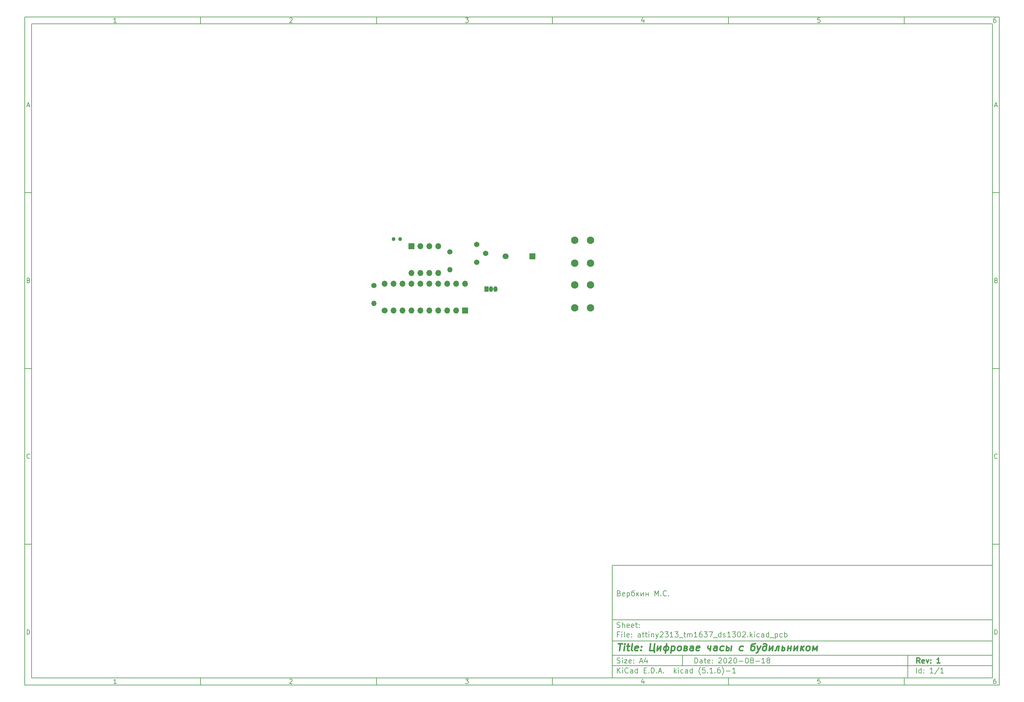
<source format=gbs>
%TF.GenerationSoftware,KiCad,Pcbnew,(5.1.6)-1*%
%TF.CreationDate,2020-10-12T23:34:44+05:00*%
%TF.ProjectId,attiny2313_tm1637_ds1302,61747469-6e79-4323-9331-335f746d3136,1*%
%TF.SameCoordinates,Original*%
%TF.FileFunction,Soldermask,Bot*%
%TF.FilePolarity,Negative*%
%FSLAX46Y46*%
G04 Gerber Fmt 4.6, Leading zero omitted, Abs format (unit mm)*
G04 Created by KiCad (PCBNEW (5.1.6)-1) date 2020-10-12 23:34:44*
%MOMM*%
%LPD*%
G01*
G04 APERTURE LIST*
%ADD10C,0.100000*%
%ADD11C,0.150000*%
%ADD12C,0.300000*%
%ADD13C,0.400000*%
%ADD14O,1.500000X1.500000*%
%ADD15C,1.500000*%
%ADD16C,1.700000*%
%ADD17R,1.700000X1.700000*%
%ADD18R,1.150000X1.600000*%
%ADD19O,1.150000X1.600000*%
%ADD20C,1.540000*%
%ADD21O,1.700000X1.700000*%
%ADD22C,1.100000*%
%ADD23C,2.100000*%
G04 APERTURE END LIST*
D10*
D11*
X177002200Y-166007200D02*
X177002200Y-198007200D01*
X285002200Y-198007200D01*
X285002200Y-166007200D01*
X177002200Y-166007200D01*
D10*
D11*
X10000000Y-10000000D02*
X10000000Y-200007200D01*
X287002200Y-200007200D01*
X287002200Y-10000000D01*
X10000000Y-10000000D01*
D10*
D11*
X12000000Y-12000000D02*
X12000000Y-198007200D01*
X285002200Y-198007200D01*
X285002200Y-12000000D01*
X12000000Y-12000000D01*
D10*
D11*
X60000000Y-12000000D02*
X60000000Y-10000000D01*
D10*
D11*
X110000000Y-12000000D02*
X110000000Y-10000000D01*
D10*
D11*
X160000000Y-12000000D02*
X160000000Y-10000000D01*
D10*
D11*
X210000000Y-12000000D02*
X210000000Y-10000000D01*
D10*
D11*
X260000000Y-12000000D02*
X260000000Y-10000000D01*
D10*
D11*
X36065476Y-11588095D02*
X35322619Y-11588095D01*
X35694047Y-11588095D02*
X35694047Y-10288095D01*
X35570238Y-10473809D01*
X35446428Y-10597619D01*
X35322619Y-10659523D01*
D10*
D11*
X85322619Y-10411904D02*
X85384523Y-10350000D01*
X85508333Y-10288095D01*
X85817857Y-10288095D01*
X85941666Y-10350000D01*
X86003571Y-10411904D01*
X86065476Y-10535714D01*
X86065476Y-10659523D01*
X86003571Y-10845238D01*
X85260714Y-11588095D01*
X86065476Y-11588095D01*
D10*
D11*
X135260714Y-10288095D02*
X136065476Y-10288095D01*
X135632142Y-10783333D01*
X135817857Y-10783333D01*
X135941666Y-10845238D01*
X136003571Y-10907142D01*
X136065476Y-11030952D01*
X136065476Y-11340476D01*
X136003571Y-11464285D01*
X135941666Y-11526190D01*
X135817857Y-11588095D01*
X135446428Y-11588095D01*
X135322619Y-11526190D01*
X135260714Y-11464285D01*
D10*
D11*
X185941666Y-10721428D02*
X185941666Y-11588095D01*
X185632142Y-10226190D02*
X185322619Y-11154761D01*
X186127380Y-11154761D01*
D10*
D11*
X236003571Y-10288095D02*
X235384523Y-10288095D01*
X235322619Y-10907142D01*
X235384523Y-10845238D01*
X235508333Y-10783333D01*
X235817857Y-10783333D01*
X235941666Y-10845238D01*
X236003571Y-10907142D01*
X236065476Y-11030952D01*
X236065476Y-11340476D01*
X236003571Y-11464285D01*
X235941666Y-11526190D01*
X235817857Y-11588095D01*
X235508333Y-11588095D01*
X235384523Y-11526190D01*
X235322619Y-11464285D01*
D10*
D11*
X285941666Y-10288095D02*
X285694047Y-10288095D01*
X285570238Y-10350000D01*
X285508333Y-10411904D01*
X285384523Y-10597619D01*
X285322619Y-10845238D01*
X285322619Y-11340476D01*
X285384523Y-11464285D01*
X285446428Y-11526190D01*
X285570238Y-11588095D01*
X285817857Y-11588095D01*
X285941666Y-11526190D01*
X286003571Y-11464285D01*
X286065476Y-11340476D01*
X286065476Y-11030952D01*
X286003571Y-10907142D01*
X285941666Y-10845238D01*
X285817857Y-10783333D01*
X285570238Y-10783333D01*
X285446428Y-10845238D01*
X285384523Y-10907142D01*
X285322619Y-11030952D01*
D10*
D11*
X60000000Y-198007200D02*
X60000000Y-200007200D01*
D10*
D11*
X110000000Y-198007200D02*
X110000000Y-200007200D01*
D10*
D11*
X160000000Y-198007200D02*
X160000000Y-200007200D01*
D10*
D11*
X210000000Y-198007200D02*
X210000000Y-200007200D01*
D10*
D11*
X260000000Y-198007200D02*
X260000000Y-200007200D01*
D10*
D11*
X36065476Y-199595295D02*
X35322619Y-199595295D01*
X35694047Y-199595295D02*
X35694047Y-198295295D01*
X35570238Y-198481009D01*
X35446428Y-198604819D01*
X35322619Y-198666723D01*
D10*
D11*
X85322619Y-198419104D02*
X85384523Y-198357200D01*
X85508333Y-198295295D01*
X85817857Y-198295295D01*
X85941666Y-198357200D01*
X86003571Y-198419104D01*
X86065476Y-198542914D01*
X86065476Y-198666723D01*
X86003571Y-198852438D01*
X85260714Y-199595295D01*
X86065476Y-199595295D01*
D10*
D11*
X135260714Y-198295295D02*
X136065476Y-198295295D01*
X135632142Y-198790533D01*
X135817857Y-198790533D01*
X135941666Y-198852438D01*
X136003571Y-198914342D01*
X136065476Y-199038152D01*
X136065476Y-199347676D01*
X136003571Y-199471485D01*
X135941666Y-199533390D01*
X135817857Y-199595295D01*
X135446428Y-199595295D01*
X135322619Y-199533390D01*
X135260714Y-199471485D01*
D10*
D11*
X185941666Y-198728628D02*
X185941666Y-199595295D01*
X185632142Y-198233390D02*
X185322619Y-199161961D01*
X186127380Y-199161961D01*
D10*
D11*
X236003571Y-198295295D02*
X235384523Y-198295295D01*
X235322619Y-198914342D01*
X235384523Y-198852438D01*
X235508333Y-198790533D01*
X235817857Y-198790533D01*
X235941666Y-198852438D01*
X236003571Y-198914342D01*
X236065476Y-199038152D01*
X236065476Y-199347676D01*
X236003571Y-199471485D01*
X235941666Y-199533390D01*
X235817857Y-199595295D01*
X235508333Y-199595295D01*
X235384523Y-199533390D01*
X235322619Y-199471485D01*
D10*
D11*
X285941666Y-198295295D02*
X285694047Y-198295295D01*
X285570238Y-198357200D01*
X285508333Y-198419104D01*
X285384523Y-198604819D01*
X285322619Y-198852438D01*
X285322619Y-199347676D01*
X285384523Y-199471485D01*
X285446428Y-199533390D01*
X285570238Y-199595295D01*
X285817857Y-199595295D01*
X285941666Y-199533390D01*
X286003571Y-199471485D01*
X286065476Y-199347676D01*
X286065476Y-199038152D01*
X286003571Y-198914342D01*
X285941666Y-198852438D01*
X285817857Y-198790533D01*
X285570238Y-198790533D01*
X285446428Y-198852438D01*
X285384523Y-198914342D01*
X285322619Y-199038152D01*
D10*
D11*
X10000000Y-60000000D02*
X12000000Y-60000000D01*
D10*
D11*
X10000000Y-110000000D02*
X12000000Y-110000000D01*
D10*
D11*
X10000000Y-160000000D02*
X12000000Y-160000000D01*
D10*
D11*
X10690476Y-35216666D02*
X11309523Y-35216666D01*
X10566666Y-35588095D02*
X11000000Y-34288095D01*
X11433333Y-35588095D01*
D10*
D11*
X11092857Y-84907142D02*
X11278571Y-84969047D01*
X11340476Y-85030952D01*
X11402380Y-85154761D01*
X11402380Y-85340476D01*
X11340476Y-85464285D01*
X11278571Y-85526190D01*
X11154761Y-85588095D01*
X10659523Y-85588095D01*
X10659523Y-84288095D01*
X11092857Y-84288095D01*
X11216666Y-84350000D01*
X11278571Y-84411904D01*
X11340476Y-84535714D01*
X11340476Y-84659523D01*
X11278571Y-84783333D01*
X11216666Y-84845238D01*
X11092857Y-84907142D01*
X10659523Y-84907142D01*
D10*
D11*
X11402380Y-135464285D02*
X11340476Y-135526190D01*
X11154761Y-135588095D01*
X11030952Y-135588095D01*
X10845238Y-135526190D01*
X10721428Y-135402380D01*
X10659523Y-135278571D01*
X10597619Y-135030952D01*
X10597619Y-134845238D01*
X10659523Y-134597619D01*
X10721428Y-134473809D01*
X10845238Y-134350000D01*
X11030952Y-134288095D01*
X11154761Y-134288095D01*
X11340476Y-134350000D01*
X11402380Y-134411904D01*
D10*
D11*
X10659523Y-185588095D02*
X10659523Y-184288095D01*
X10969047Y-184288095D01*
X11154761Y-184350000D01*
X11278571Y-184473809D01*
X11340476Y-184597619D01*
X11402380Y-184845238D01*
X11402380Y-185030952D01*
X11340476Y-185278571D01*
X11278571Y-185402380D01*
X11154761Y-185526190D01*
X10969047Y-185588095D01*
X10659523Y-185588095D01*
D10*
D11*
X287002200Y-60000000D02*
X285002200Y-60000000D01*
D10*
D11*
X287002200Y-110000000D02*
X285002200Y-110000000D01*
D10*
D11*
X287002200Y-160000000D02*
X285002200Y-160000000D01*
D10*
D11*
X285692676Y-35216666D02*
X286311723Y-35216666D01*
X285568866Y-35588095D02*
X286002200Y-34288095D01*
X286435533Y-35588095D01*
D10*
D11*
X286095057Y-84907142D02*
X286280771Y-84969047D01*
X286342676Y-85030952D01*
X286404580Y-85154761D01*
X286404580Y-85340476D01*
X286342676Y-85464285D01*
X286280771Y-85526190D01*
X286156961Y-85588095D01*
X285661723Y-85588095D01*
X285661723Y-84288095D01*
X286095057Y-84288095D01*
X286218866Y-84350000D01*
X286280771Y-84411904D01*
X286342676Y-84535714D01*
X286342676Y-84659523D01*
X286280771Y-84783333D01*
X286218866Y-84845238D01*
X286095057Y-84907142D01*
X285661723Y-84907142D01*
D10*
D11*
X286404580Y-135464285D02*
X286342676Y-135526190D01*
X286156961Y-135588095D01*
X286033152Y-135588095D01*
X285847438Y-135526190D01*
X285723628Y-135402380D01*
X285661723Y-135278571D01*
X285599819Y-135030952D01*
X285599819Y-134845238D01*
X285661723Y-134597619D01*
X285723628Y-134473809D01*
X285847438Y-134350000D01*
X286033152Y-134288095D01*
X286156961Y-134288095D01*
X286342676Y-134350000D01*
X286404580Y-134411904D01*
D10*
D11*
X285661723Y-185588095D02*
X285661723Y-184288095D01*
X285971247Y-184288095D01*
X286156961Y-184350000D01*
X286280771Y-184473809D01*
X286342676Y-184597619D01*
X286404580Y-184845238D01*
X286404580Y-185030952D01*
X286342676Y-185278571D01*
X286280771Y-185402380D01*
X286156961Y-185526190D01*
X285971247Y-185588095D01*
X285661723Y-185588095D01*
D10*
D11*
X200434342Y-193785771D02*
X200434342Y-192285771D01*
X200791485Y-192285771D01*
X201005771Y-192357200D01*
X201148628Y-192500057D01*
X201220057Y-192642914D01*
X201291485Y-192928628D01*
X201291485Y-193142914D01*
X201220057Y-193428628D01*
X201148628Y-193571485D01*
X201005771Y-193714342D01*
X200791485Y-193785771D01*
X200434342Y-193785771D01*
X202577200Y-193785771D02*
X202577200Y-193000057D01*
X202505771Y-192857200D01*
X202362914Y-192785771D01*
X202077200Y-192785771D01*
X201934342Y-192857200D01*
X202577200Y-193714342D02*
X202434342Y-193785771D01*
X202077200Y-193785771D01*
X201934342Y-193714342D01*
X201862914Y-193571485D01*
X201862914Y-193428628D01*
X201934342Y-193285771D01*
X202077200Y-193214342D01*
X202434342Y-193214342D01*
X202577200Y-193142914D01*
X203077200Y-192785771D02*
X203648628Y-192785771D01*
X203291485Y-192285771D02*
X203291485Y-193571485D01*
X203362914Y-193714342D01*
X203505771Y-193785771D01*
X203648628Y-193785771D01*
X204720057Y-193714342D02*
X204577200Y-193785771D01*
X204291485Y-193785771D01*
X204148628Y-193714342D01*
X204077200Y-193571485D01*
X204077200Y-193000057D01*
X204148628Y-192857200D01*
X204291485Y-192785771D01*
X204577200Y-192785771D01*
X204720057Y-192857200D01*
X204791485Y-193000057D01*
X204791485Y-193142914D01*
X204077200Y-193285771D01*
X205434342Y-193642914D02*
X205505771Y-193714342D01*
X205434342Y-193785771D01*
X205362914Y-193714342D01*
X205434342Y-193642914D01*
X205434342Y-193785771D01*
X205434342Y-192857200D02*
X205505771Y-192928628D01*
X205434342Y-193000057D01*
X205362914Y-192928628D01*
X205434342Y-192857200D01*
X205434342Y-193000057D01*
X207220057Y-192428628D02*
X207291485Y-192357200D01*
X207434342Y-192285771D01*
X207791485Y-192285771D01*
X207934342Y-192357200D01*
X208005771Y-192428628D01*
X208077200Y-192571485D01*
X208077200Y-192714342D01*
X208005771Y-192928628D01*
X207148628Y-193785771D01*
X208077200Y-193785771D01*
X209005771Y-192285771D02*
X209148628Y-192285771D01*
X209291485Y-192357200D01*
X209362914Y-192428628D01*
X209434342Y-192571485D01*
X209505771Y-192857200D01*
X209505771Y-193214342D01*
X209434342Y-193500057D01*
X209362914Y-193642914D01*
X209291485Y-193714342D01*
X209148628Y-193785771D01*
X209005771Y-193785771D01*
X208862914Y-193714342D01*
X208791485Y-193642914D01*
X208720057Y-193500057D01*
X208648628Y-193214342D01*
X208648628Y-192857200D01*
X208720057Y-192571485D01*
X208791485Y-192428628D01*
X208862914Y-192357200D01*
X209005771Y-192285771D01*
X210077200Y-192428628D02*
X210148628Y-192357200D01*
X210291485Y-192285771D01*
X210648628Y-192285771D01*
X210791485Y-192357200D01*
X210862914Y-192428628D01*
X210934342Y-192571485D01*
X210934342Y-192714342D01*
X210862914Y-192928628D01*
X210005771Y-193785771D01*
X210934342Y-193785771D01*
X211862914Y-192285771D02*
X212005771Y-192285771D01*
X212148628Y-192357200D01*
X212220057Y-192428628D01*
X212291485Y-192571485D01*
X212362914Y-192857200D01*
X212362914Y-193214342D01*
X212291485Y-193500057D01*
X212220057Y-193642914D01*
X212148628Y-193714342D01*
X212005771Y-193785771D01*
X211862914Y-193785771D01*
X211720057Y-193714342D01*
X211648628Y-193642914D01*
X211577200Y-193500057D01*
X211505771Y-193214342D01*
X211505771Y-192857200D01*
X211577200Y-192571485D01*
X211648628Y-192428628D01*
X211720057Y-192357200D01*
X211862914Y-192285771D01*
X213005771Y-193214342D02*
X214148628Y-193214342D01*
X215148628Y-192285771D02*
X215291485Y-192285771D01*
X215434342Y-192357200D01*
X215505771Y-192428628D01*
X215577200Y-192571485D01*
X215648628Y-192857200D01*
X215648628Y-193214342D01*
X215577200Y-193500057D01*
X215505771Y-193642914D01*
X215434342Y-193714342D01*
X215291485Y-193785771D01*
X215148628Y-193785771D01*
X215005771Y-193714342D01*
X214934342Y-193642914D01*
X214862914Y-193500057D01*
X214791485Y-193214342D01*
X214791485Y-192857200D01*
X214862914Y-192571485D01*
X214934342Y-192428628D01*
X215005771Y-192357200D01*
X215148628Y-192285771D01*
X216505771Y-192928628D02*
X216362914Y-192857200D01*
X216291485Y-192785771D01*
X216220057Y-192642914D01*
X216220057Y-192571485D01*
X216291485Y-192428628D01*
X216362914Y-192357200D01*
X216505771Y-192285771D01*
X216791485Y-192285771D01*
X216934342Y-192357200D01*
X217005771Y-192428628D01*
X217077200Y-192571485D01*
X217077200Y-192642914D01*
X217005771Y-192785771D01*
X216934342Y-192857200D01*
X216791485Y-192928628D01*
X216505771Y-192928628D01*
X216362914Y-193000057D01*
X216291485Y-193071485D01*
X216220057Y-193214342D01*
X216220057Y-193500057D01*
X216291485Y-193642914D01*
X216362914Y-193714342D01*
X216505771Y-193785771D01*
X216791485Y-193785771D01*
X216934342Y-193714342D01*
X217005771Y-193642914D01*
X217077200Y-193500057D01*
X217077200Y-193214342D01*
X217005771Y-193071485D01*
X216934342Y-193000057D01*
X216791485Y-192928628D01*
X217720057Y-193214342D02*
X218862914Y-193214342D01*
X220362914Y-193785771D02*
X219505771Y-193785771D01*
X219934342Y-193785771D02*
X219934342Y-192285771D01*
X219791485Y-192500057D01*
X219648628Y-192642914D01*
X219505771Y-192714342D01*
X221220057Y-192928628D02*
X221077200Y-192857200D01*
X221005771Y-192785771D01*
X220934342Y-192642914D01*
X220934342Y-192571485D01*
X221005771Y-192428628D01*
X221077200Y-192357200D01*
X221220057Y-192285771D01*
X221505771Y-192285771D01*
X221648628Y-192357200D01*
X221720057Y-192428628D01*
X221791485Y-192571485D01*
X221791485Y-192642914D01*
X221720057Y-192785771D01*
X221648628Y-192857200D01*
X221505771Y-192928628D01*
X221220057Y-192928628D01*
X221077200Y-193000057D01*
X221005771Y-193071485D01*
X220934342Y-193214342D01*
X220934342Y-193500057D01*
X221005771Y-193642914D01*
X221077200Y-193714342D01*
X221220057Y-193785771D01*
X221505771Y-193785771D01*
X221648628Y-193714342D01*
X221720057Y-193642914D01*
X221791485Y-193500057D01*
X221791485Y-193214342D01*
X221720057Y-193071485D01*
X221648628Y-193000057D01*
X221505771Y-192928628D01*
D10*
D11*
X177002200Y-194507200D02*
X285002200Y-194507200D01*
D10*
D11*
X178434342Y-196585771D02*
X178434342Y-195085771D01*
X179291485Y-196585771D02*
X178648628Y-195728628D01*
X179291485Y-195085771D02*
X178434342Y-195942914D01*
X179934342Y-196585771D02*
X179934342Y-195585771D01*
X179934342Y-195085771D02*
X179862914Y-195157200D01*
X179934342Y-195228628D01*
X180005771Y-195157200D01*
X179934342Y-195085771D01*
X179934342Y-195228628D01*
X181505771Y-196442914D02*
X181434342Y-196514342D01*
X181220057Y-196585771D01*
X181077200Y-196585771D01*
X180862914Y-196514342D01*
X180720057Y-196371485D01*
X180648628Y-196228628D01*
X180577200Y-195942914D01*
X180577200Y-195728628D01*
X180648628Y-195442914D01*
X180720057Y-195300057D01*
X180862914Y-195157200D01*
X181077200Y-195085771D01*
X181220057Y-195085771D01*
X181434342Y-195157200D01*
X181505771Y-195228628D01*
X182791485Y-196585771D02*
X182791485Y-195800057D01*
X182720057Y-195657200D01*
X182577200Y-195585771D01*
X182291485Y-195585771D01*
X182148628Y-195657200D01*
X182791485Y-196514342D02*
X182648628Y-196585771D01*
X182291485Y-196585771D01*
X182148628Y-196514342D01*
X182077200Y-196371485D01*
X182077200Y-196228628D01*
X182148628Y-196085771D01*
X182291485Y-196014342D01*
X182648628Y-196014342D01*
X182791485Y-195942914D01*
X184148628Y-196585771D02*
X184148628Y-195085771D01*
X184148628Y-196514342D02*
X184005771Y-196585771D01*
X183720057Y-196585771D01*
X183577200Y-196514342D01*
X183505771Y-196442914D01*
X183434342Y-196300057D01*
X183434342Y-195871485D01*
X183505771Y-195728628D01*
X183577200Y-195657200D01*
X183720057Y-195585771D01*
X184005771Y-195585771D01*
X184148628Y-195657200D01*
X186005771Y-195800057D02*
X186505771Y-195800057D01*
X186720057Y-196585771D02*
X186005771Y-196585771D01*
X186005771Y-195085771D01*
X186720057Y-195085771D01*
X187362914Y-196442914D02*
X187434342Y-196514342D01*
X187362914Y-196585771D01*
X187291485Y-196514342D01*
X187362914Y-196442914D01*
X187362914Y-196585771D01*
X188077200Y-196585771D02*
X188077200Y-195085771D01*
X188434342Y-195085771D01*
X188648628Y-195157200D01*
X188791485Y-195300057D01*
X188862914Y-195442914D01*
X188934342Y-195728628D01*
X188934342Y-195942914D01*
X188862914Y-196228628D01*
X188791485Y-196371485D01*
X188648628Y-196514342D01*
X188434342Y-196585771D01*
X188077200Y-196585771D01*
X189577200Y-196442914D02*
X189648628Y-196514342D01*
X189577200Y-196585771D01*
X189505771Y-196514342D01*
X189577200Y-196442914D01*
X189577200Y-196585771D01*
X190220057Y-196157200D02*
X190934342Y-196157200D01*
X190077200Y-196585771D02*
X190577200Y-195085771D01*
X191077200Y-196585771D01*
X191577200Y-196442914D02*
X191648628Y-196514342D01*
X191577200Y-196585771D01*
X191505771Y-196514342D01*
X191577200Y-196442914D01*
X191577200Y-196585771D01*
X194577200Y-196585771D02*
X194577200Y-195085771D01*
X194720057Y-196014342D02*
X195148628Y-196585771D01*
X195148628Y-195585771D02*
X194577200Y-196157200D01*
X195791485Y-196585771D02*
X195791485Y-195585771D01*
X195791485Y-195085771D02*
X195720057Y-195157200D01*
X195791485Y-195228628D01*
X195862914Y-195157200D01*
X195791485Y-195085771D01*
X195791485Y-195228628D01*
X197148628Y-196514342D02*
X197005771Y-196585771D01*
X196720057Y-196585771D01*
X196577200Y-196514342D01*
X196505771Y-196442914D01*
X196434342Y-196300057D01*
X196434342Y-195871485D01*
X196505771Y-195728628D01*
X196577200Y-195657200D01*
X196720057Y-195585771D01*
X197005771Y-195585771D01*
X197148628Y-195657200D01*
X198434342Y-196585771D02*
X198434342Y-195800057D01*
X198362914Y-195657200D01*
X198220057Y-195585771D01*
X197934342Y-195585771D01*
X197791485Y-195657200D01*
X198434342Y-196514342D02*
X198291485Y-196585771D01*
X197934342Y-196585771D01*
X197791485Y-196514342D01*
X197720057Y-196371485D01*
X197720057Y-196228628D01*
X197791485Y-196085771D01*
X197934342Y-196014342D01*
X198291485Y-196014342D01*
X198434342Y-195942914D01*
X199791485Y-196585771D02*
X199791485Y-195085771D01*
X199791485Y-196514342D02*
X199648628Y-196585771D01*
X199362914Y-196585771D01*
X199220057Y-196514342D01*
X199148628Y-196442914D01*
X199077200Y-196300057D01*
X199077200Y-195871485D01*
X199148628Y-195728628D01*
X199220057Y-195657200D01*
X199362914Y-195585771D01*
X199648628Y-195585771D01*
X199791485Y-195657200D01*
X202077200Y-197157200D02*
X202005771Y-197085771D01*
X201862914Y-196871485D01*
X201791485Y-196728628D01*
X201720057Y-196514342D01*
X201648628Y-196157200D01*
X201648628Y-195871485D01*
X201720057Y-195514342D01*
X201791485Y-195300057D01*
X201862914Y-195157200D01*
X202005771Y-194942914D01*
X202077200Y-194871485D01*
X203362914Y-195085771D02*
X202648628Y-195085771D01*
X202577200Y-195800057D01*
X202648628Y-195728628D01*
X202791485Y-195657200D01*
X203148628Y-195657200D01*
X203291485Y-195728628D01*
X203362914Y-195800057D01*
X203434342Y-195942914D01*
X203434342Y-196300057D01*
X203362914Y-196442914D01*
X203291485Y-196514342D01*
X203148628Y-196585771D01*
X202791485Y-196585771D01*
X202648628Y-196514342D01*
X202577200Y-196442914D01*
X204077200Y-196442914D02*
X204148628Y-196514342D01*
X204077200Y-196585771D01*
X204005771Y-196514342D01*
X204077200Y-196442914D01*
X204077200Y-196585771D01*
X205577200Y-196585771D02*
X204720057Y-196585771D01*
X205148628Y-196585771D02*
X205148628Y-195085771D01*
X205005771Y-195300057D01*
X204862914Y-195442914D01*
X204720057Y-195514342D01*
X206220057Y-196442914D02*
X206291485Y-196514342D01*
X206220057Y-196585771D01*
X206148628Y-196514342D01*
X206220057Y-196442914D01*
X206220057Y-196585771D01*
X207577200Y-195085771D02*
X207291485Y-195085771D01*
X207148628Y-195157200D01*
X207077200Y-195228628D01*
X206934342Y-195442914D01*
X206862914Y-195728628D01*
X206862914Y-196300057D01*
X206934342Y-196442914D01*
X207005771Y-196514342D01*
X207148628Y-196585771D01*
X207434342Y-196585771D01*
X207577200Y-196514342D01*
X207648628Y-196442914D01*
X207720057Y-196300057D01*
X207720057Y-195942914D01*
X207648628Y-195800057D01*
X207577200Y-195728628D01*
X207434342Y-195657200D01*
X207148628Y-195657200D01*
X207005771Y-195728628D01*
X206934342Y-195800057D01*
X206862914Y-195942914D01*
X208220057Y-197157200D02*
X208291485Y-197085771D01*
X208434342Y-196871485D01*
X208505771Y-196728628D01*
X208577200Y-196514342D01*
X208648628Y-196157200D01*
X208648628Y-195871485D01*
X208577200Y-195514342D01*
X208505771Y-195300057D01*
X208434342Y-195157200D01*
X208291485Y-194942914D01*
X208220057Y-194871485D01*
X209362914Y-196014342D02*
X210505771Y-196014342D01*
X212005771Y-196585771D02*
X211148628Y-196585771D01*
X211577200Y-196585771D02*
X211577200Y-195085771D01*
X211434342Y-195300057D01*
X211291485Y-195442914D01*
X211148628Y-195514342D01*
D10*
D11*
X177002200Y-191507200D02*
X285002200Y-191507200D01*
D10*
D12*
X264411485Y-193785771D02*
X263911485Y-193071485D01*
X263554342Y-193785771D02*
X263554342Y-192285771D01*
X264125771Y-192285771D01*
X264268628Y-192357200D01*
X264340057Y-192428628D01*
X264411485Y-192571485D01*
X264411485Y-192785771D01*
X264340057Y-192928628D01*
X264268628Y-193000057D01*
X264125771Y-193071485D01*
X263554342Y-193071485D01*
X265625771Y-193714342D02*
X265482914Y-193785771D01*
X265197200Y-193785771D01*
X265054342Y-193714342D01*
X264982914Y-193571485D01*
X264982914Y-193000057D01*
X265054342Y-192857200D01*
X265197200Y-192785771D01*
X265482914Y-192785771D01*
X265625771Y-192857200D01*
X265697200Y-193000057D01*
X265697200Y-193142914D01*
X264982914Y-193285771D01*
X266197200Y-192785771D02*
X266554342Y-193785771D01*
X266911485Y-192785771D01*
X267482914Y-193642914D02*
X267554342Y-193714342D01*
X267482914Y-193785771D01*
X267411485Y-193714342D01*
X267482914Y-193642914D01*
X267482914Y-193785771D01*
X267482914Y-192857200D02*
X267554342Y-192928628D01*
X267482914Y-193000057D01*
X267411485Y-192928628D01*
X267482914Y-192857200D01*
X267482914Y-193000057D01*
X270125771Y-193785771D02*
X269268628Y-193785771D01*
X269697200Y-193785771D02*
X269697200Y-192285771D01*
X269554342Y-192500057D01*
X269411485Y-192642914D01*
X269268628Y-192714342D01*
D10*
D11*
X178362914Y-193714342D02*
X178577200Y-193785771D01*
X178934342Y-193785771D01*
X179077200Y-193714342D01*
X179148628Y-193642914D01*
X179220057Y-193500057D01*
X179220057Y-193357200D01*
X179148628Y-193214342D01*
X179077200Y-193142914D01*
X178934342Y-193071485D01*
X178648628Y-193000057D01*
X178505771Y-192928628D01*
X178434342Y-192857200D01*
X178362914Y-192714342D01*
X178362914Y-192571485D01*
X178434342Y-192428628D01*
X178505771Y-192357200D01*
X178648628Y-192285771D01*
X179005771Y-192285771D01*
X179220057Y-192357200D01*
X179862914Y-193785771D02*
X179862914Y-192785771D01*
X179862914Y-192285771D02*
X179791485Y-192357200D01*
X179862914Y-192428628D01*
X179934342Y-192357200D01*
X179862914Y-192285771D01*
X179862914Y-192428628D01*
X180434342Y-192785771D02*
X181220057Y-192785771D01*
X180434342Y-193785771D01*
X181220057Y-193785771D01*
X182362914Y-193714342D02*
X182220057Y-193785771D01*
X181934342Y-193785771D01*
X181791485Y-193714342D01*
X181720057Y-193571485D01*
X181720057Y-193000057D01*
X181791485Y-192857200D01*
X181934342Y-192785771D01*
X182220057Y-192785771D01*
X182362914Y-192857200D01*
X182434342Y-193000057D01*
X182434342Y-193142914D01*
X181720057Y-193285771D01*
X183077200Y-193642914D02*
X183148628Y-193714342D01*
X183077200Y-193785771D01*
X183005771Y-193714342D01*
X183077200Y-193642914D01*
X183077200Y-193785771D01*
X183077200Y-192857200D02*
X183148628Y-192928628D01*
X183077200Y-193000057D01*
X183005771Y-192928628D01*
X183077200Y-192857200D01*
X183077200Y-193000057D01*
X184862914Y-193357200D02*
X185577200Y-193357200D01*
X184720057Y-193785771D02*
X185220057Y-192285771D01*
X185720057Y-193785771D01*
X186862914Y-192785771D02*
X186862914Y-193785771D01*
X186505771Y-192214342D02*
X186148628Y-193285771D01*
X187077200Y-193285771D01*
D10*
D11*
X263434342Y-196585771D02*
X263434342Y-195085771D01*
X264791485Y-196585771D02*
X264791485Y-195085771D01*
X264791485Y-196514342D02*
X264648628Y-196585771D01*
X264362914Y-196585771D01*
X264220057Y-196514342D01*
X264148628Y-196442914D01*
X264077200Y-196300057D01*
X264077200Y-195871485D01*
X264148628Y-195728628D01*
X264220057Y-195657200D01*
X264362914Y-195585771D01*
X264648628Y-195585771D01*
X264791485Y-195657200D01*
X265505771Y-196442914D02*
X265577200Y-196514342D01*
X265505771Y-196585771D01*
X265434342Y-196514342D01*
X265505771Y-196442914D01*
X265505771Y-196585771D01*
X265505771Y-195657200D02*
X265577200Y-195728628D01*
X265505771Y-195800057D01*
X265434342Y-195728628D01*
X265505771Y-195657200D01*
X265505771Y-195800057D01*
X268148628Y-196585771D02*
X267291485Y-196585771D01*
X267720057Y-196585771D02*
X267720057Y-195085771D01*
X267577200Y-195300057D01*
X267434342Y-195442914D01*
X267291485Y-195514342D01*
X269862914Y-195014342D02*
X268577200Y-196942914D01*
X271148628Y-196585771D02*
X270291485Y-196585771D01*
X270720057Y-196585771D02*
X270720057Y-195085771D01*
X270577200Y-195300057D01*
X270434342Y-195442914D01*
X270291485Y-195514342D01*
D10*
D11*
X177002200Y-187507200D02*
X285002200Y-187507200D01*
D10*
D13*
X178714580Y-188211961D02*
X179857438Y-188211961D01*
X179036009Y-190211961D02*
X179286009Y-188211961D01*
X180274104Y-190211961D02*
X180440771Y-188878628D01*
X180524104Y-188211961D02*
X180416961Y-188307200D01*
X180500295Y-188402438D01*
X180607438Y-188307200D01*
X180524104Y-188211961D01*
X180500295Y-188402438D01*
X181107438Y-188878628D02*
X181869342Y-188878628D01*
X181476485Y-188211961D02*
X181262200Y-189926247D01*
X181333628Y-190116723D01*
X181512200Y-190211961D01*
X181702676Y-190211961D01*
X182655057Y-190211961D02*
X182476485Y-190116723D01*
X182405057Y-189926247D01*
X182619342Y-188211961D01*
X184190771Y-190116723D02*
X183988390Y-190211961D01*
X183607438Y-190211961D01*
X183428866Y-190116723D01*
X183357438Y-189926247D01*
X183452676Y-189164342D01*
X183571723Y-188973866D01*
X183774104Y-188878628D01*
X184155057Y-188878628D01*
X184333628Y-188973866D01*
X184405057Y-189164342D01*
X184381247Y-189354819D01*
X183405057Y-189545295D01*
X185155057Y-190021485D02*
X185238390Y-190116723D01*
X185131247Y-190211961D01*
X185047914Y-190116723D01*
X185155057Y-190021485D01*
X185131247Y-190211961D01*
X185286009Y-188973866D02*
X185369342Y-189069104D01*
X185262200Y-189164342D01*
X185178866Y-189069104D01*
X185286009Y-188973866D01*
X185262200Y-189164342D01*
X189000295Y-188211961D02*
X188750295Y-190211961D01*
X187857438Y-188211961D02*
X187607438Y-190211961D01*
X188940771Y-190211961D01*
X188881247Y-190688152D01*
X189869342Y-188878628D02*
X189702676Y-190211961D01*
X190821723Y-188878628D01*
X190655057Y-190211961D01*
X192428866Y-188211961D02*
X192095533Y-190878628D01*
X192155057Y-188878628D02*
X192536009Y-188878628D01*
X192714580Y-188973866D01*
X192881247Y-189164342D01*
X192952676Y-189354819D01*
X192905057Y-189735771D01*
X192786009Y-189926247D01*
X192571723Y-190116723D01*
X192369342Y-190211961D01*
X191988390Y-190211961D01*
X191809819Y-190116723D01*
X191643152Y-189926247D01*
X191571723Y-189735771D01*
X191619342Y-189354819D01*
X191738390Y-189164342D01*
X191952676Y-188973866D01*
X192155057Y-188878628D01*
X193869342Y-188878628D02*
X193619342Y-190878628D01*
X193857438Y-188973866D02*
X194059819Y-188878628D01*
X194440771Y-188878628D01*
X194619342Y-188973866D01*
X194702676Y-189069104D01*
X194774104Y-189259580D01*
X194702676Y-189831009D01*
X194583628Y-190021485D01*
X194476485Y-190116723D01*
X194274104Y-190211961D01*
X193893152Y-190211961D01*
X193714580Y-190116723D01*
X195797914Y-190211961D02*
X195619342Y-190116723D01*
X195536009Y-190021485D01*
X195464580Y-189831009D01*
X195536009Y-189259580D01*
X195655057Y-189069104D01*
X195762200Y-188973866D01*
X195964580Y-188878628D01*
X196250295Y-188878628D01*
X196428866Y-188973866D01*
X196512200Y-189069104D01*
X196583628Y-189259580D01*
X196512200Y-189831009D01*
X196393152Y-190021485D01*
X196286009Y-190116723D01*
X196083628Y-190211961D01*
X195797914Y-190211961D01*
X197881247Y-189545295D02*
X198155057Y-189640533D01*
X198226485Y-189831009D01*
X198214580Y-189926247D01*
X198095533Y-190116723D01*
X197893152Y-190211961D01*
X197321723Y-190211961D01*
X197488390Y-188878628D01*
X197964580Y-188878628D01*
X198143152Y-188973866D01*
X198214580Y-189164342D01*
X198202676Y-189259580D01*
X198083628Y-189450057D01*
X197881247Y-189545295D01*
X197405057Y-189545295D01*
X199893152Y-190211961D02*
X200024104Y-189164342D01*
X199952676Y-188973866D01*
X199774104Y-188878628D01*
X199393152Y-188878628D01*
X199190771Y-188973866D01*
X199905057Y-190116723D02*
X199702676Y-190211961D01*
X199226485Y-190211961D01*
X199047914Y-190116723D01*
X198976485Y-189926247D01*
X199000295Y-189735771D01*
X199119342Y-189545295D01*
X199321723Y-189450057D01*
X199797914Y-189450057D01*
X200000295Y-189354819D01*
X201619342Y-190116723D02*
X201416961Y-190211961D01*
X201036009Y-190211961D01*
X200857438Y-190116723D01*
X200786009Y-189926247D01*
X200881247Y-189164342D01*
X201000295Y-188973866D01*
X201202676Y-188878628D01*
X201583628Y-188878628D01*
X201762200Y-188973866D01*
X201833628Y-189164342D01*
X201809819Y-189354819D01*
X200833628Y-189545295D01*
X204916961Y-188878628D02*
X204750295Y-190211961D01*
X204155057Y-188878628D02*
X204095533Y-189354819D01*
X204166961Y-189545295D01*
X204345533Y-189640533D01*
X204821723Y-189640533D01*
X206655057Y-190211961D02*
X206786009Y-189164342D01*
X206714580Y-188973866D01*
X206536009Y-188878628D01*
X206155057Y-188878628D01*
X205952676Y-188973866D01*
X206666961Y-190116723D02*
X206464580Y-190211961D01*
X205988390Y-190211961D01*
X205809819Y-190116723D01*
X205738390Y-189926247D01*
X205762200Y-189735771D01*
X205881247Y-189545295D01*
X206083628Y-189450057D01*
X206559819Y-189450057D01*
X206762200Y-189354819D01*
X208476485Y-190116723D02*
X208274104Y-190211961D01*
X207893152Y-190211961D01*
X207714580Y-190116723D01*
X207631247Y-190021485D01*
X207559819Y-189831009D01*
X207631247Y-189259580D01*
X207750295Y-189069104D01*
X207857438Y-188973866D01*
X208059819Y-188878628D01*
X208440771Y-188878628D01*
X208619342Y-188973866D01*
X210821723Y-188878628D02*
X210655057Y-190211961D01*
X209488390Y-188878628D02*
X209321723Y-190211961D01*
X209797914Y-190211961D01*
X210000295Y-190116723D01*
X210119342Y-189926247D01*
X210155057Y-189640533D01*
X210083628Y-189450057D01*
X209905057Y-189354819D01*
X209428866Y-189354819D01*
X214000295Y-190116723D02*
X213797914Y-190211961D01*
X213416961Y-190211961D01*
X213238390Y-190116723D01*
X213155057Y-190021485D01*
X213083628Y-189831009D01*
X213155057Y-189259580D01*
X213274104Y-189069104D01*
X213381247Y-188973866D01*
X213583628Y-188878628D01*
X213964580Y-188878628D01*
X214143152Y-188973866D01*
X217583628Y-188116723D02*
X217476485Y-188211961D01*
X217274104Y-188307200D01*
X216893152Y-188307200D01*
X216690771Y-188402438D01*
X216583628Y-188497676D01*
X216464580Y-188688152D01*
X216321723Y-189831009D01*
X216393152Y-190021485D01*
X216476485Y-190116723D01*
X216655057Y-190211961D01*
X216940771Y-190211961D01*
X217143152Y-190116723D01*
X217250295Y-190021485D01*
X217369342Y-189831009D01*
X217440771Y-189259580D01*
X217369342Y-189069104D01*
X217286009Y-188973866D01*
X217107438Y-188878628D01*
X216726485Y-188878628D01*
X216524104Y-188973866D01*
X216416961Y-189069104D01*
X218155057Y-188878628D02*
X218464580Y-190211961D01*
X219107438Y-188878628D02*
X218464580Y-190211961D01*
X218214580Y-190688152D01*
X218107438Y-190783390D01*
X217905057Y-190878628D01*
X220797914Y-189069104D02*
X220714580Y-188973866D01*
X220536009Y-188878628D01*
X220155057Y-188878628D01*
X219952676Y-188973866D01*
X219845533Y-189069104D01*
X219726485Y-189259580D01*
X219655057Y-189831009D01*
X219726485Y-190021485D01*
X219809819Y-190116723D01*
X219988390Y-190211961D01*
X220274104Y-190211961D01*
X220476485Y-190116723D01*
X220583628Y-190021485D01*
X220702676Y-189831009D01*
X220857438Y-188592914D01*
X220786009Y-188402438D01*
X220702676Y-188307200D01*
X220524104Y-188211961D01*
X220143152Y-188211961D01*
X219940771Y-188307200D01*
X221678866Y-188878628D02*
X221512200Y-190211961D01*
X222631247Y-188878628D01*
X222464580Y-190211961D01*
X224178866Y-190211961D02*
X224345533Y-188878628D01*
X224059819Y-188878628D01*
X223857438Y-188973866D01*
X223738390Y-189164342D01*
X223547914Y-189926247D01*
X223428866Y-190116723D01*
X223226485Y-190211961D01*
X225297914Y-188878628D02*
X225131247Y-190211961D01*
X225607438Y-190211961D01*
X225809819Y-190116723D01*
X225928866Y-189926247D01*
X225964580Y-189640533D01*
X225893152Y-189450057D01*
X225714580Y-189354819D01*
X225238390Y-189354819D01*
X226833628Y-189545295D02*
X227690771Y-189545295D01*
X226916961Y-188878628D02*
X226750295Y-190211961D01*
X227774104Y-188878628D02*
X227607438Y-190211961D01*
X228726485Y-188878628D02*
X228559819Y-190211961D01*
X229678866Y-188878628D01*
X229512199Y-190211961D01*
X230631247Y-188878628D02*
X230464580Y-190211961D01*
X230750295Y-189450057D02*
X231226485Y-190211961D01*
X231393152Y-188878628D02*
X230536009Y-189640533D01*
X232369342Y-190211961D02*
X232190771Y-190116723D01*
X232107438Y-190021485D01*
X232036009Y-189831009D01*
X232107438Y-189259580D01*
X232226485Y-189069104D01*
X232333628Y-188973866D01*
X232536009Y-188878628D01*
X232821723Y-188878628D01*
X233000295Y-188973866D01*
X233083628Y-189069104D01*
X233155057Y-189259580D01*
X233083628Y-189831009D01*
X232964580Y-190021485D01*
X232857438Y-190116723D01*
X232655057Y-190211961D01*
X232369342Y-190211961D01*
X233893152Y-190211961D02*
X234059819Y-188878628D01*
X234500295Y-189926247D01*
X235202676Y-188878628D01*
X235036009Y-190211961D01*
D10*
D11*
X178934342Y-185600057D02*
X178434342Y-185600057D01*
X178434342Y-186385771D02*
X178434342Y-184885771D01*
X179148628Y-184885771D01*
X179720057Y-186385771D02*
X179720057Y-185385771D01*
X179720057Y-184885771D02*
X179648628Y-184957200D01*
X179720057Y-185028628D01*
X179791485Y-184957200D01*
X179720057Y-184885771D01*
X179720057Y-185028628D01*
X180648628Y-186385771D02*
X180505771Y-186314342D01*
X180434342Y-186171485D01*
X180434342Y-184885771D01*
X181791485Y-186314342D02*
X181648628Y-186385771D01*
X181362914Y-186385771D01*
X181220057Y-186314342D01*
X181148628Y-186171485D01*
X181148628Y-185600057D01*
X181220057Y-185457200D01*
X181362914Y-185385771D01*
X181648628Y-185385771D01*
X181791485Y-185457200D01*
X181862914Y-185600057D01*
X181862914Y-185742914D01*
X181148628Y-185885771D01*
X182505771Y-186242914D02*
X182577200Y-186314342D01*
X182505771Y-186385771D01*
X182434342Y-186314342D01*
X182505771Y-186242914D01*
X182505771Y-186385771D01*
X182505771Y-185457200D02*
X182577200Y-185528628D01*
X182505771Y-185600057D01*
X182434342Y-185528628D01*
X182505771Y-185457200D01*
X182505771Y-185600057D01*
X185005771Y-186385771D02*
X185005771Y-185600057D01*
X184934342Y-185457200D01*
X184791485Y-185385771D01*
X184505771Y-185385771D01*
X184362914Y-185457200D01*
X185005771Y-186314342D02*
X184862914Y-186385771D01*
X184505771Y-186385771D01*
X184362914Y-186314342D01*
X184291485Y-186171485D01*
X184291485Y-186028628D01*
X184362914Y-185885771D01*
X184505771Y-185814342D01*
X184862914Y-185814342D01*
X185005771Y-185742914D01*
X185505771Y-185385771D02*
X186077200Y-185385771D01*
X185720057Y-184885771D02*
X185720057Y-186171485D01*
X185791485Y-186314342D01*
X185934342Y-186385771D01*
X186077200Y-186385771D01*
X186362914Y-185385771D02*
X186934342Y-185385771D01*
X186577200Y-184885771D02*
X186577200Y-186171485D01*
X186648628Y-186314342D01*
X186791485Y-186385771D01*
X186934342Y-186385771D01*
X187434342Y-186385771D02*
X187434342Y-185385771D01*
X187434342Y-184885771D02*
X187362914Y-184957200D01*
X187434342Y-185028628D01*
X187505771Y-184957200D01*
X187434342Y-184885771D01*
X187434342Y-185028628D01*
X188148628Y-185385771D02*
X188148628Y-186385771D01*
X188148628Y-185528628D02*
X188220057Y-185457200D01*
X188362914Y-185385771D01*
X188577200Y-185385771D01*
X188720057Y-185457200D01*
X188791485Y-185600057D01*
X188791485Y-186385771D01*
X189362914Y-185385771D02*
X189720057Y-186385771D01*
X190077200Y-185385771D02*
X189720057Y-186385771D01*
X189577200Y-186742914D01*
X189505771Y-186814342D01*
X189362914Y-186885771D01*
X190577200Y-185028628D02*
X190648628Y-184957200D01*
X190791485Y-184885771D01*
X191148628Y-184885771D01*
X191291485Y-184957200D01*
X191362914Y-185028628D01*
X191434342Y-185171485D01*
X191434342Y-185314342D01*
X191362914Y-185528628D01*
X190505771Y-186385771D01*
X191434342Y-186385771D01*
X191934342Y-184885771D02*
X192862914Y-184885771D01*
X192362914Y-185457200D01*
X192577200Y-185457200D01*
X192720057Y-185528628D01*
X192791485Y-185600057D01*
X192862914Y-185742914D01*
X192862914Y-186100057D01*
X192791485Y-186242914D01*
X192720057Y-186314342D01*
X192577200Y-186385771D01*
X192148628Y-186385771D01*
X192005771Y-186314342D01*
X191934342Y-186242914D01*
X194291485Y-186385771D02*
X193434342Y-186385771D01*
X193862914Y-186385771D02*
X193862914Y-184885771D01*
X193720057Y-185100057D01*
X193577200Y-185242914D01*
X193434342Y-185314342D01*
X194791485Y-184885771D02*
X195720057Y-184885771D01*
X195220057Y-185457200D01*
X195434342Y-185457200D01*
X195577200Y-185528628D01*
X195648628Y-185600057D01*
X195720057Y-185742914D01*
X195720057Y-186100057D01*
X195648628Y-186242914D01*
X195577200Y-186314342D01*
X195434342Y-186385771D01*
X195005771Y-186385771D01*
X194862914Y-186314342D01*
X194791485Y-186242914D01*
X196005771Y-186528628D02*
X197148628Y-186528628D01*
X197291485Y-185385771D02*
X197862914Y-185385771D01*
X197505771Y-184885771D02*
X197505771Y-186171485D01*
X197577200Y-186314342D01*
X197720057Y-186385771D01*
X197862914Y-186385771D01*
X198362914Y-186385771D02*
X198362914Y-185385771D01*
X198362914Y-185528628D02*
X198434342Y-185457200D01*
X198577200Y-185385771D01*
X198791485Y-185385771D01*
X198934342Y-185457200D01*
X199005771Y-185600057D01*
X199005771Y-186385771D01*
X199005771Y-185600057D02*
X199077200Y-185457200D01*
X199220057Y-185385771D01*
X199434342Y-185385771D01*
X199577200Y-185457200D01*
X199648628Y-185600057D01*
X199648628Y-186385771D01*
X201148628Y-186385771D02*
X200291485Y-186385771D01*
X200720057Y-186385771D02*
X200720057Y-184885771D01*
X200577200Y-185100057D01*
X200434342Y-185242914D01*
X200291485Y-185314342D01*
X202434342Y-184885771D02*
X202148628Y-184885771D01*
X202005771Y-184957200D01*
X201934342Y-185028628D01*
X201791485Y-185242914D01*
X201720057Y-185528628D01*
X201720057Y-186100057D01*
X201791485Y-186242914D01*
X201862914Y-186314342D01*
X202005771Y-186385771D01*
X202291485Y-186385771D01*
X202434342Y-186314342D01*
X202505771Y-186242914D01*
X202577200Y-186100057D01*
X202577200Y-185742914D01*
X202505771Y-185600057D01*
X202434342Y-185528628D01*
X202291485Y-185457200D01*
X202005771Y-185457200D01*
X201862914Y-185528628D01*
X201791485Y-185600057D01*
X201720057Y-185742914D01*
X203077200Y-184885771D02*
X204005771Y-184885771D01*
X203505771Y-185457200D01*
X203720057Y-185457200D01*
X203862914Y-185528628D01*
X203934342Y-185600057D01*
X204005771Y-185742914D01*
X204005771Y-186100057D01*
X203934342Y-186242914D01*
X203862914Y-186314342D01*
X203720057Y-186385771D01*
X203291485Y-186385771D01*
X203148628Y-186314342D01*
X203077200Y-186242914D01*
X204505771Y-184885771D02*
X205505771Y-184885771D01*
X204862914Y-186385771D01*
X205720057Y-186528628D02*
X206862914Y-186528628D01*
X207862914Y-186385771D02*
X207862914Y-184885771D01*
X207862914Y-186314342D02*
X207720057Y-186385771D01*
X207434342Y-186385771D01*
X207291485Y-186314342D01*
X207220057Y-186242914D01*
X207148628Y-186100057D01*
X207148628Y-185671485D01*
X207220057Y-185528628D01*
X207291485Y-185457200D01*
X207434342Y-185385771D01*
X207720057Y-185385771D01*
X207862914Y-185457200D01*
X208505771Y-186314342D02*
X208648628Y-186385771D01*
X208934342Y-186385771D01*
X209077200Y-186314342D01*
X209148628Y-186171485D01*
X209148628Y-186100057D01*
X209077200Y-185957200D01*
X208934342Y-185885771D01*
X208720057Y-185885771D01*
X208577200Y-185814342D01*
X208505771Y-185671485D01*
X208505771Y-185600057D01*
X208577200Y-185457200D01*
X208720057Y-185385771D01*
X208934342Y-185385771D01*
X209077200Y-185457200D01*
X210577200Y-186385771D02*
X209720057Y-186385771D01*
X210148628Y-186385771D02*
X210148628Y-184885771D01*
X210005771Y-185100057D01*
X209862914Y-185242914D01*
X209720057Y-185314342D01*
X211077200Y-184885771D02*
X212005771Y-184885771D01*
X211505771Y-185457200D01*
X211720057Y-185457200D01*
X211862914Y-185528628D01*
X211934342Y-185600057D01*
X212005771Y-185742914D01*
X212005771Y-186100057D01*
X211934342Y-186242914D01*
X211862914Y-186314342D01*
X211720057Y-186385771D01*
X211291485Y-186385771D01*
X211148628Y-186314342D01*
X211077200Y-186242914D01*
X212934342Y-184885771D02*
X213077200Y-184885771D01*
X213220057Y-184957200D01*
X213291485Y-185028628D01*
X213362914Y-185171485D01*
X213434342Y-185457200D01*
X213434342Y-185814342D01*
X213362914Y-186100057D01*
X213291485Y-186242914D01*
X213220057Y-186314342D01*
X213077200Y-186385771D01*
X212934342Y-186385771D01*
X212791485Y-186314342D01*
X212720057Y-186242914D01*
X212648628Y-186100057D01*
X212577200Y-185814342D01*
X212577200Y-185457200D01*
X212648628Y-185171485D01*
X212720057Y-185028628D01*
X212791485Y-184957200D01*
X212934342Y-184885771D01*
X214005771Y-185028628D02*
X214077200Y-184957200D01*
X214220057Y-184885771D01*
X214577200Y-184885771D01*
X214720057Y-184957200D01*
X214791485Y-185028628D01*
X214862914Y-185171485D01*
X214862914Y-185314342D01*
X214791485Y-185528628D01*
X213934342Y-186385771D01*
X214862914Y-186385771D01*
X215505771Y-186242914D02*
X215577200Y-186314342D01*
X215505771Y-186385771D01*
X215434342Y-186314342D01*
X215505771Y-186242914D01*
X215505771Y-186385771D01*
X216220057Y-186385771D02*
X216220057Y-184885771D01*
X216362914Y-185814342D02*
X216791485Y-186385771D01*
X216791485Y-185385771D02*
X216220057Y-185957200D01*
X217434342Y-186385771D02*
X217434342Y-185385771D01*
X217434342Y-184885771D02*
X217362914Y-184957200D01*
X217434342Y-185028628D01*
X217505771Y-184957200D01*
X217434342Y-184885771D01*
X217434342Y-185028628D01*
X218791485Y-186314342D02*
X218648628Y-186385771D01*
X218362914Y-186385771D01*
X218220057Y-186314342D01*
X218148628Y-186242914D01*
X218077200Y-186100057D01*
X218077200Y-185671485D01*
X218148628Y-185528628D01*
X218220057Y-185457200D01*
X218362914Y-185385771D01*
X218648628Y-185385771D01*
X218791485Y-185457200D01*
X220077200Y-186385771D02*
X220077200Y-185600057D01*
X220005771Y-185457200D01*
X219862914Y-185385771D01*
X219577200Y-185385771D01*
X219434342Y-185457200D01*
X220077200Y-186314342D02*
X219934342Y-186385771D01*
X219577200Y-186385771D01*
X219434342Y-186314342D01*
X219362914Y-186171485D01*
X219362914Y-186028628D01*
X219434342Y-185885771D01*
X219577200Y-185814342D01*
X219934342Y-185814342D01*
X220077200Y-185742914D01*
X221434342Y-186385771D02*
X221434342Y-184885771D01*
X221434342Y-186314342D02*
X221291485Y-186385771D01*
X221005771Y-186385771D01*
X220862914Y-186314342D01*
X220791485Y-186242914D01*
X220720057Y-186100057D01*
X220720057Y-185671485D01*
X220791485Y-185528628D01*
X220862914Y-185457200D01*
X221005771Y-185385771D01*
X221291485Y-185385771D01*
X221434342Y-185457200D01*
X221791485Y-186528628D02*
X222934342Y-186528628D01*
X223291485Y-185385771D02*
X223291485Y-186885771D01*
X223291485Y-185457200D02*
X223434342Y-185385771D01*
X223720057Y-185385771D01*
X223862914Y-185457200D01*
X223934342Y-185528628D01*
X224005771Y-185671485D01*
X224005771Y-186100057D01*
X223934342Y-186242914D01*
X223862914Y-186314342D01*
X223720057Y-186385771D01*
X223434342Y-186385771D01*
X223291485Y-186314342D01*
X225291485Y-186314342D02*
X225148628Y-186385771D01*
X224862914Y-186385771D01*
X224720057Y-186314342D01*
X224648628Y-186242914D01*
X224577200Y-186100057D01*
X224577200Y-185671485D01*
X224648628Y-185528628D01*
X224720057Y-185457200D01*
X224862914Y-185385771D01*
X225148628Y-185385771D01*
X225291485Y-185457200D01*
X225934342Y-186385771D02*
X225934342Y-184885771D01*
X225934342Y-185457200D02*
X226077200Y-185385771D01*
X226362914Y-185385771D01*
X226505771Y-185457200D01*
X226577200Y-185528628D01*
X226648628Y-185671485D01*
X226648628Y-186100057D01*
X226577200Y-186242914D01*
X226505771Y-186314342D01*
X226362914Y-186385771D01*
X226077200Y-186385771D01*
X225934342Y-186314342D01*
D10*
D11*
X177002200Y-181507200D02*
X285002200Y-181507200D01*
D10*
D11*
X178362914Y-183614342D02*
X178577200Y-183685771D01*
X178934342Y-183685771D01*
X179077200Y-183614342D01*
X179148628Y-183542914D01*
X179220057Y-183400057D01*
X179220057Y-183257200D01*
X179148628Y-183114342D01*
X179077200Y-183042914D01*
X178934342Y-182971485D01*
X178648628Y-182900057D01*
X178505771Y-182828628D01*
X178434342Y-182757200D01*
X178362914Y-182614342D01*
X178362914Y-182471485D01*
X178434342Y-182328628D01*
X178505771Y-182257200D01*
X178648628Y-182185771D01*
X179005771Y-182185771D01*
X179220057Y-182257200D01*
X179862914Y-183685771D02*
X179862914Y-182185771D01*
X180505771Y-183685771D02*
X180505771Y-182900057D01*
X180434342Y-182757200D01*
X180291485Y-182685771D01*
X180077200Y-182685771D01*
X179934342Y-182757200D01*
X179862914Y-182828628D01*
X181791485Y-183614342D02*
X181648628Y-183685771D01*
X181362914Y-183685771D01*
X181220057Y-183614342D01*
X181148628Y-183471485D01*
X181148628Y-182900057D01*
X181220057Y-182757200D01*
X181362914Y-182685771D01*
X181648628Y-182685771D01*
X181791485Y-182757200D01*
X181862914Y-182900057D01*
X181862914Y-183042914D01*
X181148628Y-183185771D01*
X183077200Y-183614342D02*
X182934342Y-183685771D01*
X182648628Y-183685771D01*
X182505771Y-183614342D01*
X182434342Y-183471485D01*
X182434342Y-182900057D01*
X182505771Y-182757200D01*
X182648628Y-182685771D01*
X182934342Y-182685771D01*
X183077200Y-182757200D01*
X183148628Y-182900057D01*
X183148628Y-183042914D01*
X182434342Y-183185771D01*
X183577200Y-182685771D02*
X184148628Y-182685771D01*
X183791485Y-182185771D02*
X183791485Y-183471485D01*
X183862914Y-183614342D01*
X184005771Y-183685771D01*
X184148628Y-183685771D01*
X184648628Y-183542914D02*
X184720057Y-183614342D01*
X184648628Y-183685771D01*
X184577200Y-183614342D01*
X184648628Y-183542914D01*
X184648628Y-183685771D01*
X184648628Y-182757200D02*
X184720057Y-182828628D01*
X184648628Y-182900057D01*
X184577200Y-182828628D01*
X184648628Y-182757200D01*
X184648628Y-182900057D01*
D10*
D11*
X178934342Y-173900057D02*
X179148628Y-173971485D01*
X179220057Y-174042914D01*
X179291485Y-174185771D01*
X179291485Y-174400057D01*
X179220057Y-174542914D01*
X179148628Y-174614342D01*
X179005771Y-174685771D01*
X178434342Y-174685771D01*
X178434342Y-173185771D01*
X178934342Y-173185771D01*
X179077200Y-173257200D01*
X179148628Y-173328628D01*
X179220057Y-173471485D01*
X179220057Y-173614342D01*
X179148628Y-173757200D01*
X179077200Y-173828628D01*
X178934342Y-173900057D01*
X178434342Y-173900057D01*
X180505771Y-174614342D02*
X180362914Y-174685771D01*
X180077200Y-174685771D01*
X179934342Y-174614342D01*
X179862914Y-174471485D01*
X179862914Y-173900057D01*
X179934342Y-173757200D01*
X180077200Y-173685771D01*
X180362914Y-173685771D01*
X180505771Y-173757200D01*
X180577200Y-173900057D01*
X180577200Y-174042914D01*
X179862914Y-174185771D01*
X181220057Y-173685771D02*
X181220057Y-175185771D01*
X181220057Y-173757200D02*
X181362914Y-173685771D01*
X181648628Y-173685771D01*
X181791485Y-173757200D01*
X181862914Y-173828628D01*
X181934342Y-173971485D01*
X181934342Y-174400057D01*
X181862914Y-174542914D01*
X181791485Y-174614342D01*
X181648628Y-174685771D01*
X181362914Y-174685771D01*
X181220057Y-174614342D01*
X183291485Y-173114342D02*
X183220057Y-173185771D01*
X183077200Y-173257200D01*
X182791485Y-173257200D01*
X182648628Y-173328628D01*
X182577200Y-173400057D01*
X182505771Y-173542914D01*
X182505771Y-174400057D01*
X182577200Y-174542914D01*
X182648628Y-174614342D01*
X182791485Y-174685771D01*
X183005771Y-174685771D01*
X183148628Y-174614342D01*
X183220057Y-174542914D01*
X183291485Y-174400057D01*
X183291485Y-173971485D01*
X183220057Y-173828628D01*
X183148628Y-173757200D01*
X183005771Y-173685771D01*
X182720057Y-173685771D01*
X182577200Y-173757200D01*
X182505771Y-173828628D01*
X183934342Y-173685771D02*
X183934342Y-174685771D01*
X184077200Y-174114342D02*
X184505771Y-174685771D01*
X184505771Y-173685771D02*
X183934342Y-174257200D01*
X185148628Y-173685771D02*
X185148628Y-174685771D01*
X185862914Y-173685771D01*
X185862914Y-174685771D01*
X186577200Y-174185771D02*
X187220057Y-174185771D01*
X186577200Y-173685771D02*
X186577200Y-174685771D01*
X187220057Y-173685771D02*
X187220057Y-174685771D01*
X189077200Y-174685771D02*
X189077200Y-173185771D01*
X189577200Y-174257200D01*
X190077200Y-173185771D01*
X190077200Y-174685771D01*
X190791485Y-174542914D02*
X190862914Y-174614342D01*
X190791485Y-174685771D01*
X190720057Y-174614342D01*
X190791485Y-174542914D01*
X190791485Y-174685771D01*
X192362914Y-174542914D02*
X192291485Y-174614342D01*
X192077200Y-174685771D01*
X191934342Y-174685771D01*
X191720057Y-174614342D01*
X191577200Y-174471485D01*
X191505771Y-174328628D01*
X191434342Y-174042914D01*
X191434342Y-173828628D01*
X191505771Y-173542914D01*
X191577200Y-173400057D01*
X191720057Y-173257200D01*
X191934342Y-173185771D01*
X192077200Y-173185771D01*
X192291485Y-173257200D01*
X192362914Y-173328628D01*
X193005771Y-174542914D02*
X193077200Y-174614342D01*
X193005771Y-174685771D01*
X192934342Y-174614342D01*
X193005771Y-174542914D01*
X193005771Y-174685771D01*
D10*
D11*
X197002200Y-191507200D02*
X197002200Y-194507200D01*
D10*
D11*
X261002200Y-191507200D02*
X261002200Y-198007200D01*
D14*
%TO.C,R1*%
X109220000Y-91440000D03*
D15*
X109220000Y-86360000D03*
%TD*%
D16*
%TO.C,BZ1*%
X146705000Y-78105000D03*
D17*
X154305000Y-78105000D03*
%TD*%
D14*
%TO.C,R2*%
X130810000Y-81915000D03*
D15*
X130810000Y-76835000D03*
%TD*%
D18*
%TO.C,Q1*%
X141224000Y-87376000D03*
D19*
X143764000Y-87376000D03*
X142494000Y-87376000D03*
%TD*%
D20*
%TO.C,RV1*%
X138430000Y-79756000D03*
X140970000Y-77216000D03*
X138430000Y-74676000D03*
%TD*%
D21*
%TO.C,U2*%
X127508000Y-82804000D03*
D17*
X119888000Y-75184000D03*
D21*
X124968000Y-82804000D03*
X122428000Y-75184000D03*
X122428000Y-82804000D03*
X124968000Y-75184000D03*
X119888000Y-82804000D03*
X127508000Y-75184000D03*
%TD*%
%TO.C,U1*%
X112268000Y-85852000D03*
D17*
X135128000Y-93472000D03*
D21*
X114808000Y-85852000D03*
X132588000Y-93472000D03*
X117348000Y-85852000D03*
X130048000Y-93472000D03*
X119888000Y-85852000D03*
X127508000Y-93472000D03*
X122428000Y-85852000D03*
X124968000Y-93472000D03*
X124968000Y-85852000D03*
X122428000Y-93472000D03*
X127508000Y-85852000D03*
X119888000Y-93472000D03*
X130048000Y-85852000D03*
X117348000Y-93472000D03*
X132588000Y-85852000D03*
X114808000Y-93472000D03*
X135128000Y-85852000D03*
D16*
X112268000Y-93472000D03*
%TD*%
D22*
%TO.C,Y1*%
X116708000Y-73152000D03*
X114808000Y-73152000D03*
%TD*%
D23*
%TO.C,SW_2*%
X170815000Y-92710000D03*
X166315000Y-92710000D03*
X170815000Y-86210000D03*
X166315000Y-86210000D03*
%TD*%
%TO.C,SW_1*%
X170815000Y-80010000D03*
X166315000Y-80010000D03*
X170815000Y-73510000D03*
X166315000Y-73510000D03*
%TD*%
M02*

</source>
